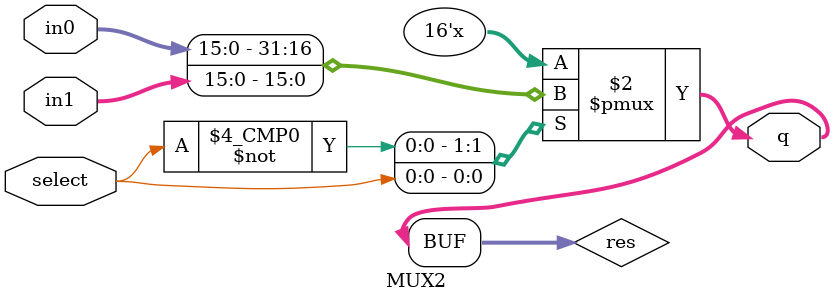
<source format=v>
module MUX2 (select, in0, in1, q);

input select;
input [15:0] in0;
input [15:0] in1;
output [15:0] q;

reg [15:0] res;

always @ (*) begin
	case(select)
		1'b0: res = in0;
		1'b1: res = in1;
	endcase
end

assign q = res;

endmodule

</source>
